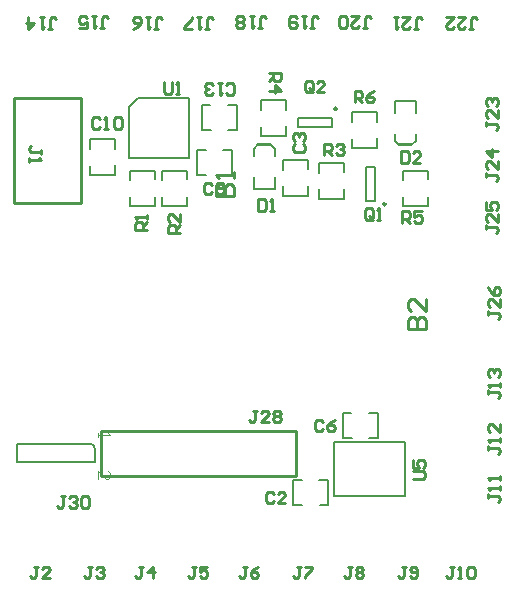
<source format=gto>
G04 Layer_Color=65535*
%FSLAX25Y25*%
%MOIN*%
G70*
G01*
G75*
%ADD44C,0.01000*%
%ADD45C,0.00600*%
%ADD46C,0.00500*%
%ADD47C,0.00787*%
%ADD48C,0.00300*%
D44*
X109140Y161028D02*
G03*
X109140Y161028I-400J0D01*
G01*
X125428Y129260D02*
G03*
X125428Y129260I-400J0D01*
G01*
X30500Y38500D02*
Y53500D01*
Y38500D02*
X95500D01*
Y53500D01*
X30500D02*
X95500D01*
X24000Y129500D02*
Y164500D01*
X1500Y129500D02*
X24000D01*
X1500D02*
Y164500D01*
X24000D01*
X101124Y167156D02*
Y169780D01*
X100468Y170436D01*
X99156D01*
X98500Y169780D01*
Y167156D01*
X99156Y166500D01*
X100468D01*
X99812Y167812D02*
X101124Y166500D01*
X100468D02*
X101124Y167156D01*
X105060Y166500D02*
X102436D01*
X105060Y169124D01*
Y169780D01*
X104404Y170436D01*
X103092D01*
X102436Y169780D01*
X133002Y87500D02*
X139000D01*
Y90499D01*
X138000Y91499D01*
X137001D01*
X136001Y90499D01*
Y87500D01*
Y90499D01*
X135001Y91499D01*
X134002D01*
X133002Y90499D01*
Y87500D01*
X139000Y97497D02*
Y93498D01*
X135001Y97497D01*
X134002D01*
X133002Y96497D01*
Y94498D01*
X134002Y93498D01*
X69002Y132000D02*
X75000D01*
Y134999D01*
X74000Y135999D01*
X73001D01*
X72001Y134999D01*
Y132000D01*
Y134999D01*
X71001Y135999D01*
X70002D01*
X69002Y134999D01*
Y132000D01*
X75000Y137998D02*
Y139997D01*
Y138998D01*
X69002D01*
X70002Y137998D01*
X131000Y123000D02*
Y126936D01*
X132968D01*
X133624Y126280D01*
Y124968D01*
X132968Y124312D01*
X131000D01*
X132312D02*
X133624Y123000D01*
X137560Y126936D02*
X134936D01*
Y124968D01*
X136248Y125624D01*
X136904D01*
X137560Y124968D01*
Y123656D01*
X136904Y123000D01*
X135592D01*
X134936Y123656D01*
X105000Y145500D02*
Y149436D01*
X106968D01*
X107624Y148780D01*
Y147468D01*
X106968Y146812D01*
X105000D01*
X106312D02*
X107624Y145500D01*
X108936Y148780D02*
X109592Y149436D01*
X110904D01*
X111560Y148780D01*
Y148124D01*
X110904Y147468D01*
X110248D01*
X110904D01*
X111560Y146812D01*
Y146156D01*
X110904Y145500D01*
X109592D01*
X108936Y146156D01*
X121124Y124656D02*
Y127280D01*
X120468Y127936D01*
X119156D01*
X118500Y127280D01*
Y124656D01*
X119156Y124000D01*
X120468D01*
X119812Y125312D02*
X121124Y124000D01*
X120468D02*
X121124Y124656D01*
X122436Y124000D02*
X123748D01*
X123092D01*
Y127936D01*
X122436Y127280D01*
X95220Y149124D02*
X94564Y148468D01*
Y147156D01*
X95220Y146500D01*
X97844D01*
X98500Y147156D01*
Y148468D01*
X97844Y149124D01*
X95220Y150436D02*
X94564Y151092D01*
Y152404D01*
X95220Y153060D01*
X95876D01*
X96532Y152404D01*
Y151748D01*
Y152404D01*
X97188Y153060D01*
X97844D01*
X98500Y152404D01*
Y151092D01*
X97844Y150436D01*
X18624Y31936D02*
X17312D01*
X17968D01*
Y28656D01*
X17312Y28000D01*
X16656D01*
X16000Y28656D01*
X19936Y31280D02*
X20592Y31936D01*
X21904D01*
X22560Y31280D01*
Y30624D01*
X21904Y29968D01*
X21248D01*
X21904D01*
X22560Y29312D01*
Y28656D01*
X21904Y28000D01*
X20592D01*
X19936Y28656D01*
X23871Y31280D02*
X24527Y31936D01*
X25839D01*
X26495Y31280D01*
Y28656D01*
X25839Y28000D01*
X24527D01*
X23871Y28656D01*
Y31280D01*
X88124Y32780D02*
X87468Y33436D01*
X86156D01*
X85500Y32780D01*
Y30156D01*
X86156Y29500D01*
X87468D01*
X88124Y30156D01*
X92060Y29500D02*
X89436D01*
X92060Y32124D01*
Y32780D01*
X91404Y33436D01*
X90092D01*
X89436Y32780D01*
X104624Y56780D02*
X103968Y57436D01*
X102656D01*
X102000Y56780D01*
Y54156D01*
X102656Y53500D01*
X103968D01*
X104624Y54156D01*
X108560Y57436D02*
X107248Y56780D01*
X105936Y55468D01*
Y54156D01*
X106592Y53500D01*
X107904D01*
X108560Y54156D01*
Y54812D01*
X107904Y55468D01*
X105936D01*
X10436Y145876D02*
Y147188D01*
Y146532D01*
X7156D01*
X6500Y147188D01*
Y147844D01*
X7156Y148500D01*
X6500Y144564D02*
Y143252D01*
Y143908D01*
X10436D01*
X9780Y144564D01*
X82624Y60436D02*
X81312D01*
X81968D01*
Y57156D01*
X81312Y56500D01*
X80656D01*
X80000Y57156D01*
X86560Y56500D02*
X83936D01*
X86560Y59124D01*
Y59780D01*
X85904Y60436D01*
X84592D01*
X83936Y59780D01*
X87871D02*
X88527Y60436D01*
X89839D01*
X90495Y59780D01*
Y59124D01*
X89839Y58468D01*
X90495Y57812D01*
Y57156D01*
X89839Y56500D01*
X88527D01*
X87871Y57156D01*
Y57812D01*
X88527Y58468D01*
X87871Y59124D01*
Y59780D01*
X88527Y58468D02*
X89839D01*
X46000Y120500D02*
X42064D01*
Y122468D01*
X42720Y123124D01*
X44032D01*
X44688Y122468D01*
Y120500D01*
Y121812D02*
X46000Y123124D01*
Y124436D02*
Y125748D01*
Y125092D01*
X42064D01*
X42720Y124436D01*
X57000Y119500D02*
X53064D01*
Y121468D01*
X53720Y122124D01*
X55032D01*
X55688Y121468D01*
Y119500D01*
Y120812D02*
X57000Y122124D01*
Y126060D02*
Y123436D01*
X54376Y126060D01*
X53720D01*
X53064Y125404D01*
Y124092D01*
X53720Y123436D01*
X51500Y169936D02*
Y166656D01*
X52156Y166000D01*
X53468D01*
X54124Y166656D01*
Y169936D01*
X55436Y166000D02*
X56748D01*
X56092D01*
Y169936D01*
X55436Y169280D01*
X9624Y8436D02*
X8312D01*
X8968D01*
Y5156D01*
X8312Y4500D01*
X7656D01*
X7000Y5156D01*
X13560Y4500D02*
X10936D01*
X13560Y7124D01*
Y7780D01*
X12904Y8436D01*
X11592D01*
X10936Y7780D01*
X27624Y8436D02*
X26312D01*
X26968D01*
Y5156D01*
X26312Y4500D01*
X25656D01*
X25000Y5156D01*
X28936Y7780D02*
X29592Y8436D01*
X30904D01*
X31560Y7780D01*
Y7124D01*
X30904Y6468D01*
X30248D01*
X30904D01*
X31560Y5812D01*
Y5156D01*
X30904Y4500D01*
X29592D01*
X28936Y5156D01*
X44624Y8436D02*
X43312D01*
X43968D01*
Y5156D01*
X43312Y4500D01*
X42656D01*
X42000Y5156D01*
X47904Y4500D02*
Y8436D01*
X45936Y6468D01*
X48560D01*
X62124Y8436D02*
X60812D01*
X61468D01*
Y5156D01*
X60812Y4500D01*
X60156D01*
X59500Y5156D01*
X66060Y8436D02*
X63436D01*
Y6468D01*
X64748Y7124D01*
X65404D01*
X66060Y6468D01*
Y5156D01*
X65404Y4500D01*
X64092D01*
X63436Y5156D01*
X79124Y8436D02*
X77812D01*
X78468D01*
Y5156D01*
X77812Y4500D01*
X77156D01*
X76500Y5156D01*
X83060Y8436D02*
X81748Y7780D01*
X80436Y6468D01*
Y5156D01*
X81092Y4500D01*
X82404D01*
X83060Y5156D01*
Y5812D01*
X82404Y6468D01*
X80436D01*
X97124Y8436D02*
X95812D01*
X96468D01*
Y5156D01*
X95812Y4500D01*
X95156D01*
X94500Y5156D01*
X98436Y8436D02*
X101060D01*
Y7780D01*
X98436Y5156D01*
Y4500D01*
X114124Y8436D02*
X112812D01*
X113468D01*
Y5156D01*
X112812Y4500D01*
X112156D01*
X111500Y5156D01*
X115436Y7780D02*
X116092Y8436D01*
X117404D01*
X118060Y7780D01*
Y7124D01*
X117404Y6468D01*
X118060Y5812D01*
Y5156D01*
X117404Y4500D01*
X116092D01*
X115436Y5156D01*
Y5812D01*
X116092Y6468D01*
X115436Y7124D01*
Y7780D01*
X116092Y6468D02*
X117404D01*
X132124Y8436D02*
X130812D01*
X131468D01*
Y5156D01*
X130812Y4500D01*
X130156D01*
X129500Y5156D01*
X133436D02*
X134092Y4500D01*
X135404D01*
X136060Y5156D01*
Y7780D01*
X135404Y8436D01*
X134092D01*
X133436Y7780D01*
Y7124D01*
X134092Y6468D01*
X136060D01*
X148124Y8436D02*
X146812D01*
X147468D01*
Y5156D01*
X146812Y4500D01*
X146156D01*
X145500Y5156D01*
X149436Y4500D02*
X150748D01*
X150092D01*
Y8436D01*
X149436Y7780D01*
X152716D02*
X153372Y8436D01*
X154683D01*
X155339Y7780D01*
Y5156D01*
X154683Y4500D01*
X153372D01*
X152716Y5156D01*
Y7780D01*
X159564Y32624D02*
Y31312D01*
Y31968D01*
X162844D01*
X163500Y31312D01*
Y30656D01*
X162844Y30000D01*
X163500Y33936D02*
Y35248D01*
Y34592D01*
X159564D01*
X160220Y33936D01*
X163500Y37216D02*
Y38527D01*
Y37872D01*
X159564D01*
X160220Y37216D01*
X159564Y48624D02*
Y47312D01*
Y47968D01*
X162844D01*
X163500Y47312D01*
Y46656D01*
X162844Y46000D01*
X163500Y49936D02*
Y51248D01*
Y50592D01*
X159564D01*
X160220Y49936D01*
X163500Y55839D02*
Y53215D01*
X160876Y55839D01*
X160220D01*
X159564Y55183D01*
Y53872D01*
X160220Y53215D01*
X159564Y67124D02*
Y65812D01*
Y66468D01*
X162844D01*
X163500Y65812D01*
Y65156D01*
X162844Y64500D01*
X163500Y68436D02*
Y69748D01*
Y69092D01*
X159564D01*
X160220Y68436D01*
Y71715D02*
X159564Y72372D01*
Y73683D01*
X160220Y74339D01*
X160876D01*
X161532Y73683D01*
Y73027D01*
Y73683D01*
X162188Y74339D01*
X162844D01*
X163500Y73683D01*
Y72372D01*
X162844Y71715D01*
X12876Y187564D02*
X14188D01*
X13532D01*
Y190844D01*
X14188Y191500D01*
X14844D01*
X15500Y190844D01*
X11564Y191500D02*
X10252D01*
X10908D01*
Y187564D01*
X11564Y188220D01*
X6317Y191500D02*
Y187564D01*
X8285Y189532D01*
X5661D01*
X30376Y188064D02*
X31688D01*
X31032D01*
Y191344D01*
X31688Y192000D01*
X32344D01*
X33000Y191344D01*
X29064Y192000D02*
X27752D01*
X28408D01*
Y188064D01*
X29064Y188720D01*
X23161Y188064D02*
X25785D01*
Y190032D01*
X24473Y189376D01*
X23817D01*
X23161Y190032D01*
Y191344D01*
X23817Y192000D01*
X25128D01*
X25785Y191344D01*
X48376Y187564D02*
X49688D01*
X49032D01*
Y190844D01*
X49688Y191500D01*
X50344D01*
X51000Y190844D01*
X47064Y191500D02*
X45752D01*
X46408D01*
Y187564D01*
X47064Y188220D01*
X41161Y187564D02*
X42473Y188220D01*
X43784Y189532D01*
Y190844D01*
X43128Y191500D01*
X41817D01*
X41161Y190844D01*
Y190188D01*
X41817Y189532D01*
X43784D01*
X65376Y187564D02*
X66688D01*
X66032D01*
Y190844D01*
X66688Y191500D01*
X67344D01*
X68000Y190844D01*
X64064Y191500D02*
X62752D01*
X63408D01*
Y187564D01*
X64064Y188220D01*
X60785Y187564D02*
X58161D01*
Y188220D01*
X60785Y190844D01*
Y191500D01*
X82876Y188064D02*
X84188D01*
X83532D01*
Y191344D01*
X84188Y192000D01*
X84844D01*
X85500Y191344D01*
X81564Y192000D02*
X80252D01*
X80908D01*
Y188064D01*
X81564Y188720D01*
X78285D02*
X77628Y188064D01*
X76317D01*
X75661Y188720D01*
Y189376D01*
X76317Y190032D01*
X75661Y190688D01*
Y191344D01*
X76317Y192000D01*
X77628D01*
X78285Y191344D01*
Y190688D01*
X77628Y190032D01*
X78285Y189376D01*
Y188720D01*
X77628Y190032D02*
X76317D01*
X100376Y188064D02*
X101688D01*
X101032D01*
Y191344D01*
X101688Y192000D01*
X102344D01*
X103000Y191344D01*
X99064Y192000D02*
X97752D01*
X98408D01*
Y188064D01*
X99064Y188720D01*
X95784Y191344D02*
X95129Y192000D01*
X93817D01*
X93161Y191344D01*
Y188720D01*
X93817Y188064D01*
X95129D01*
X95784Y188720D01*
Y189376D01*
X95129Y190032D01*
X93161D01*
X117876Y188064D02*
X119188D01*
X118532D01*
Y191344D01*
X119188Y192000D01*
X119844D01*
X120500Y191344D01*
X113940Y192000D02*
X116564D01*
X113940Y189376D01*
Y188720D01*
X114596Y188064D01*
X115908D01*
X116564Y188720D01*
X112628D02*
X111973Y188064D01*
X110661D01*
X110005Y188720D01*
Y191344D01*
X110661Y192000D01*
X111973D01*
X112628Y191344D01*
Y188720D01*
X134876Y187564D02*
X136188D01*
X135532D01*
Y190844D01*
X136188Y191500D01*
X136844D01*
X137500Y190844D01*
X130940Y191500D02*
X133564D01*
X130940Y188876D01*
Y188220D01*
X131596Y187564D01*
X132908D01*
X133564Y188220D01*
X129629Y191500D02*
X128317D01*
X128973D01*
Y187564D01*
X129629Y188220D01*
X153376Y187564D02*
X154688D01*
X154032D01*
Y190844D01*
X154688Y191500D01*
X155344D01*
X156000Y190844D01*
X149440Y191500D02*
X152064D01*
X149440Y188876D01*
Y188220D01*
X150096Y187564D01*
X151408D01*
X152064Y188220D01*
X145505Y191500D02*
X148128D01*
X145505Y188876D01*
Y188220D01*
X146161Y187564D01*
X147473D01*
X148128Y188220D01*
X159064Y156624D02*
Y155312D01*
Y155968D01*
X162344D01*
X163000Y155312D01*
Y154656D01*
X162344Y154000D01*
X163000Y160560D02*
Y157936D01*
X160376Y160560D01*
X159720D01*
X159064Y159904D01*
Y158592D01*
X159720Y157936D01*
Y161872D02*
X159064Y162527D01*
Y163839D01*
X159720Y164495D01*
X160376D01*
X161032Y163839D01*
Y163183D01*
Y163839D01*
X161688Y164495D01*
X162344D01*
X163000Y163839D01*
Y162527D01*
X162344Y161872D01*
X159064Y139624D02*
Y138312D01*
Y138968D01*
X162344D01*
X163000Y138312D01*
Y137656D01*
X162344Y137000D01*
X163000Y143560D02*
Y140936D01*
X160376Y143560D01*
X159720D01*
X159064Y142904D01*
Y141592D01*
X159720Y140936D01*
X163000Y146839D02*
X159064D01*
X161032Y144871D01*
Y147495D01*
X159064Y122124D02*
Y120812D01*
Y121468D01*
X162344D01*
X163000Y120812D01*
Y120156D01*
X162344Y119500D01*
X163000Y126060D02*
Y123436D01*
X160376Y126060D01*
X159720D01*
X159064Y125404D01*
Y124092D01*
X159720Y123436D01*
X159064Y129995D02*
Y127372D01*
X161032D01*
X160376Y128683D01*
Y129339D01*
X161032Y129995D01*
X162344D01*
X163000Y129339D01*
Y128027D01*
X162344Y127372D01*
X159564Y93624D02*
Y92312D01*
Y92968D01*
X162844D01*
X163500Y92312D01*
Y91656D01*
X162844Y91000D01*
X163500Y97560D02*
Y94936D01*
X160876Y97560D01*
X160220D01*
X159564Y96904D01*
Y95592D01*
X160220Y94936D01*
X159564Y101495D02*
X160220Y100183D01*
X161532Y98871D01*
X162844D01*
X163500Y99527D01*
Y100839D01*
X162844Y101495D01*
X162188D01*
X161532Y100839D01*
Y98871D01*
X67624Y135780D02*
X66968Y136436D01*
X65656D01*
X65000Y135780D01*
Y133156D01*
X65656Y132500D01*
X66968D01*
X67624Y133156D01*
X68936D02*
X69592Y132500D01*
X70904D01*
X71560Y133156D01*
Y135780D01*
X70904Y136436D01*
X69592D01*
X68936Y135780D01*
Y135124D01*
X69592Y134468D01*
X71560D01*
X30224Y157480D02*
X29568Y158136D01*
X28256D01*
X27600Y157480D01*
Y154856D01*
X28256Y154200D01*
X29568D01*
X30224Y154856D01*
X31536Y154200D02*
X32848D01*
X32192D01*
Y158136D01*
X31536Y157480D01*
X34815D02*
X35471Y158136D01*
X36783D01*
X37439Y157480D01*
Y154856D01*
X36783Y154200D01*
X35471D01*
X34815Y154856D01*
Y157480D01*
X83000Y130936D02*
Y127000D01*
X84968D01*
X85624Y127656D01*
Y130280D01*
X84968Y130936D01*
X83000D01*
X86936Y127000D02*
X88248D01*
X87592D01*
Y130936D01*
X86936Y130280D01*
X130500Y146936D02*
Y143000D01*
X132468D01*
X133124Y143656D01*
Y146280D01*
X132468Y146936D01*
X130500D01*
X137060Y143000D02*
X134436D01*
X137060Y145624D01*
Y146280D01*
X136404Y146936D01*
X135092D01*
X134436Y146280D01*
X86500Y172900D02*
X90436D01*
Y170932D01*
X89780Y170276D01*
X88468D01*
X87812Y170932D01*
Y172900D01*
Y171588D02*
X86500Y170276D01*
Y166996D02*
X90436D01*
X88468Y168964D01*
Y166340D01*
X115100Y163145D02*
Y167081D01*
X117068D01*
X117724Y166425D01*
Y165113D01*
X117068Y164457D01*
X115100D01*
X116412D02*
X117724Y163145D01*
X121660Y167081D02*
X120348Y166425D01*
X119036Y165113D01*
Y163801D01*
X119692Y163145D01*
X121004D01*
X121660Y163801D01*
Y164457D01*
X121004Y165113D01*
X119036D01*
X134564Y37500D02*
X137844D01*
X138500Y38156D01*
Y39468D01*
X137844Y40124D01*
X134564D01*
Y44060D02*
Y41436D01*
X136532D01*
X135876Y42748D01*
Y43404D01*
X136532Y44060D01*
X137844D01*
X138500Y43404D01*
Y42092D01*
X137844Y41436D01*
X72376Y166220D02*
X73032Y165564D01*
X74344D01*
X75000Y166220D01*
Y168844D01*
X74344Y169500D01*
X73032D01*
X72376Y168844D01*
X71064Y169500D02*
X69752D01*
X70408D01*
Y165564D01*
X71064Y166220D01*
X67785D02*
X67128Y165564D01*
X65817D01*
X65161Y166220D01*
Y166876D01*
X65817Y167532D01*
X66473D01*
X65817D01*
X65161Y168188D01*
Y168844D01*
X65817Y169500D01*
X67128D01*
X67785Y168844D01*
D45*
X28500Y47850D02*
G03*
X27000Y49350I-1500J0D01*
G01*
X131366Y140405D02*
X139634D01*
X131366Y128595D02*
X139634D01*
X131366Y137256D02*
Y140405D01*
X139634Y137453D02*
Y140405D01*
Y128595D02*
Y131744D01*
X131366Y128595D02*
Y131744D01*
X103366Y142850D02*
X111634D01*
X103366Y131039D02*
X111634D01*
X103366Y139701D02*
Y142850D01*
X111634Y139898D02*
Y142850D01*
Y131039D02*
Y134189D01*
X103366Y131039D02*
Y134189D01*
X91366Y143905D02*
X99634D01*
X91366Y132095D02*
X99634D01*
X91366Y140756D02*
Y143905D01*
X99634Y140953D02*
Y143905D01*
Y132095D02*
Y135244D01*
X91366Y132095D02*
Y135244D01*
X2500Y43350D02*
Y49350D01*
Y43350D02*
X28500D01*
Y47850D01*
X2500Y49350D02*
X25000D01*
X27000D01*
X114366Y148039D02*
X122634D01*
X114366Y159850D02*
X122634D01*
Y148039D02*
Y151189D01*
X114366Y148039D02*
Y150992D01*
Y156701D02*
Y159850D01*
X122634Y156701D02*
Y159850D01*
X83866Y152094D02*
X92134D01*
X83866Y163906D02*
X92134D01*
Y152094D02*
Y155244D01*
X83866Y152094D02*
Y155047D01*
Y160756D02*
Y163906D01*
X92134Y160756D02*
Y163906D01*
X50866Y140405D02*
X59134D01*
X50866Y128595D02*
X59134D01*
X50866Y137256D02*
Y140405D01*
X59134Y137453D02*
Y140405D01*
Y128595D02*
Y131744D01*
X50866Y128595D02*
Y131744D01*
X40366Y140405D02*
X48634D01*
X40366Y128595D02*
X48634D01*
X40366Y137256D02*
Y140405D01*
X48634Y137453D02*
Y140405D01*
Y128595D02*
Y131744D01*
X40366Y128595D02*
Y131744D01*
X64095Y153866D02*
Y162134D01*
X75906Y153866D02*
Y162134D01*
X64095Y153866D02*
X67244D01*
X64095Y162134D02*
X67047D01*
X72756D02*
X75906D01*
X72756Y153866D02*
X75906D01*
X26866Y139094D02*
X35134D01*
X26866Y150906D02*
X35134D01*
Y139094D02*
Y142244D01*
X26866Y139094D02*
Y142047D01*
Y147756D02*
Y150906D01*
X35134Y147756D02*
Y150906D01*
X74405Y138866D02*
Y147134D01*
X62594Y138866D02*
Y147134D01*
X71256D02*
X74405D01*
X71453Y138866D02*
X74405D01*
X62594D02*
X65744D01*
X62594Y147134D02*
X65744D01*
X111094Y51366D02*
Y59634D01*
X122906Y51366D02*
Y59634D01*
X111094Y51366D02*
X114244D01*
X111094Y59634D02*
X114047D01*
X119756D02*
X122906D01*
X119756Y51366D02*
X122906D01*
X106405Y28866D02*
Y37134D01*
X94595Y28866D02*
Y37134D01*
X103256D02*
X106405D01*
X103453Y28866D02*
X106405D01*
X94595D02*
X97744D01*
X94595Y37134D02*
X97744D01*
D46*
X96291Y158000D02*
X107709D01*
X96291Y155000D02*
Y158000D01*
Y155000D02*
X107709D01*
Y158000D01*
X122000Y130291D02*
Y141709D01*
X119000D02*
X122000D01*
X119000Y130291D02*
Y141709D01*
Y130291D02*
X122000D01*
X129600Y149200D02*
X134400D01*
X128500Y150300D02*
Y152750D01*
Y163750D02*
X135500D01*
X128500Y159750D02*
Y163750D01*
X135500Y150300D02*
Y152750D01*
Y159750D02*
Y163750D01*
X134000Y148800D02*
X135500Y150300D01*
X130000Y148800D02*
X134000D01*
X128500Y150300D02*
X130000Y148800D01*
X82600D02*
X87400D01*
X88500Y145250D02*
Y147700D01*
X81500Y134250D02*
X88500D01*
Y138250D01*
X81500Y145250D02*
Y147700D01*
Y134250D02*
Y138250D01*
Y147700D02*
X83000Y149200D01*
X87000D01*
X88500Y147700D01*
D47*
X43000Y164500D02*
X60000D01*
X40000Y161500D02*
X43000Y164500D01*
X40000Y144500D02*
Y161500D01*
X60000Y144500D02*
Y164500D01*
X40000Y144500D02*
X60000D01*
X108189Y50055D02*
X131811D01*
Y31945D02*
Y50055D01*
X108189Y31945D02*
X131811D01*
X108189D02*
Y50055D01*
D48*
X29500Y52850D02*
Y51538D01*
Y52194D01*
X33436D01*
X32780Y52850D01*
X29500Y37726D02*
Y40350D01*
X32124Y37726D01*
X32780D01*
X33436Y38382D01*
Y39694D01*
X32780Y40350D01*
M02*

</source>
